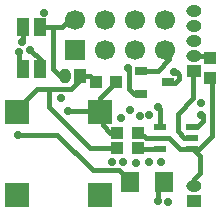
<source format=gbr>
G04 DipTrace 2.4.0.2*
%INBottom.gbr*%
%MOMM*%
%ADD14C,0.4*%
%ADD16R,1.3X1.0*%
%ADD18O,1.3X1.0*%
%ADD19C,0.7*%
%ADD20R,1.0X1.1*%
%ADD24R,2.0X2.0*%
%ADD25R,1.1X1.0*%
%ADD26R,1.0X1.5*%
%ADD27R,1.0X1.3*%
%ADD28O,1.0X1.3*%
%ADD29R,1.6X1.8*%
%ADD30R,1.7X1.7*%
%ADD32C,1.7*%
%ADD34R,1.1X0.6*%
%ADD35R,1.05X0.65*%
%FSLAX53Y53*%
G04*
G71*
G90*
G75*
G01*
%LNBottom*%
%LPD*%
X11300Y23500D2*
D14*
Y22400D1*
X11600Y22100D1*
X12200Y23700D2*
X13100Y22800D1*
Y22200D1*
X13000Y22100D1*
X11600Y25600D2*
Y24500D1*
X11500Y24400D1*
X25900Y16250D2*
X25250D1*
X24700Y16800D1*
Y18300D1*
X26000Y19600D1*
Y22000D1*
X26100Y21900D1*
X11100Y18400D2*
Y18700D1*
X12800Y20400D1*
X13800D1*
X15700D1*
X16800Y21500D1*
X16400D1*
X17300D1*
X17800Y21000D1*
X19600Y15400D2*
X17300D1*
X13800Y18900D1*
Y20400D1*
X11200Y16500D2*
X14500D1*
X17500Y13500D1*
X19700D1*
X20700Y12500D1*
X21600Y21900D2*
X23000D1*
X24000Y22900D1*
Y23320D1*
X23620Y23700D1*
X23000Y10900D2*
Y12000D1*
X23500Y12500D1*
X15400Y18500D2*
X18000D1*
X18100Y18400D1*
X19600Y16700D2*
X19000D1*
X18400Y17300D1*
Y18100D1*
X18100Y18400D1*
Y19600D1*
X19500Y21000D1*
X23200Y17200D2*
Y18700D1*
X23000Y18900D1*
X21600Y20000D2*
X21000D1*
X20600Y20400D1*
Y22100D1*
X20500Y22200D1*
X13000Y25600D2*
X14100D1*
X14900D1*
X15540Y26240D1*
X16000D1*
X15130Y21500D2*
X14700D1*
X14100Y22100D1*
Y25600D1*
X25900Y15300D2*
X24900D1*
X24000Y16200D1*
X22000D1*
X21500Y16700D1*
X21300D1*
X26100Y12170D2*
Y12800D1*
X26600Y13300D1*
Y14700D1*
X26000Y15300D1*
X25900D1*
X27400Y21300D2*
X27500D1*
X27600Y21200D1*
Y16400D1*
X26500Y15300D1*
X25900D1*
X26100Y23170D2*
X27230D1*
X27400Y23000D1*
X23900Y20950D2*
Y20900D1*
X24500D1*
X24800Y21200D1*
Y21600D1*
X24600Y21800D1*
X24400D1*
X23200Y15300D2*
X21300D1*
Y15400D1*
X25900Y17200D2*
X26300D1*
X26800Y17700D1*
Y18200D1*
X26700D1*
D16*
X26100Y21900D3*
D18*
Y23170D3*
Y24440D3*
Y25710D3*
Y26980D3*
D19*
X26700Y19200D3*
X19100Y14200D3*
X20100D3*
X21200Y14100D3*
X22300Y14200D3*
X23300D3*
X19900Y17900D3*
X23900Y10800D3*
X15400Y18500D3*
D24*
X18100Y11400D3*
Y18400D3*
X11100D3*
Y11400D3*
D25*
X21300Y15400D3*
X19600D3*
D19*
X13400Y26800D3*
D26*
X13000Y25600D3*
Y22100D3*
X11600Y25600D3*
Y22100D3*
D27*
X16400Y21500D3*
D28*
X15130D3*
D16*
X26100Y10900D3*
D18*
Y12170D3*
D29*
X20700Y12500D3*
X23500D3*
D19*
X11200Y16500D3*
D30*
X16000Y23700D3*
D32*
Y26240D3*
X18540Y23700D3*
Y26240D3*
X21080Y23700D3*
Y26240D3*
X23620Y23700D3*
Y26240D3*
D19*
X20700Y18600D3*
X21500Y18100D3*
X22300Y18200D3*
X23000Y18900D3*
D34*
X25900Y17200D3*
Y16250D3*
Y15300D3*
X23200D3*
Y17200D3*
D19*
X11500Y24400D3*
X11300Y23500D3*
X12200Y23700D3*
D35*
X21600Y20000D3*
Y21900D3*
X23900Y20950D3*
D25*
X21300Y16700D3*
X19600D3*
X19500Y21000D3*
X17800D3*
D19*
X26700Y18200D3*
X24400Y21800D3*
X20500Y22200D3*
X14800Y19600D3*
X23000Y10900D3*
D20*
X27400Y23000D3*
Y21300D3*
M02*

</source>
